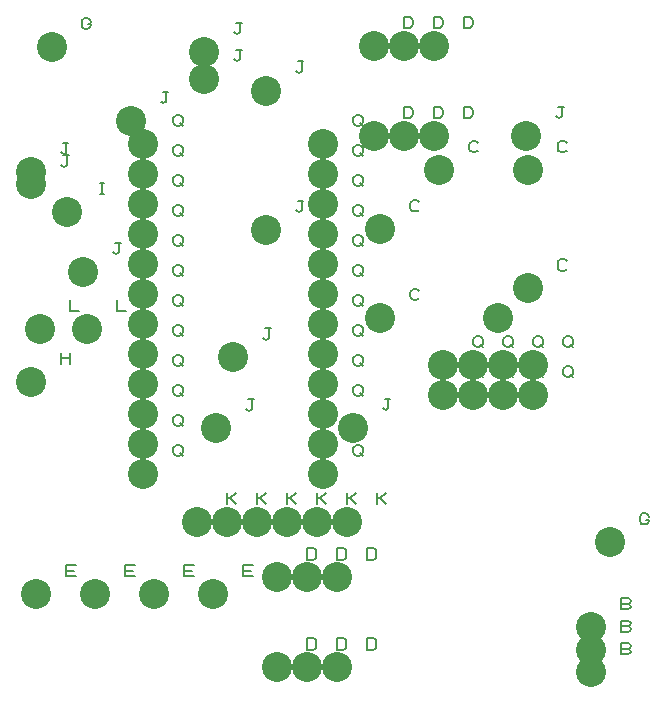
<source format=gbr>
%FSLAX35Y35*%
%MOIN*%
G04 EasyPC Gerber Version 18.0.8 Build 3632 *
%ADD84C,0.00500*%
%ADD85C,0.10000*%
X0Y0D02*
D02*
D84*
X19812Y117005D02*
Y120755D01*
Y118880D02*
X22937D01*
Y117005D02*
Y120755D01*
X19812Y187512D02*
X20125Y187200D01*
X20750Y186887*
X21375Y187200*
X21687Y187512*
Y190637*
X22312*
X21687D02*
X20437D01*
X20009Y183378D02*
X20322Y183066D01*
X20946Y182753*
X21572Y183066*
X21884Y183378*
Y186503*
X22509*
X21884D02*
X20634D01*
X21584Y46139D02*
Y49889D01*
X24709*
X24084Y48014D02*
X21584D01*
Y46139D02*
X24709D01*
X22765Y138275D02*
Y134525D01*
X25890*
X28889Y230182D02*
X29827D01*
Y229869*
X29515Y229244*
X29202Y228932*
X28577Y228619*
X27952*
X27327Y228932*
X27015Y229244*
X26702Y229869*
Y231119*
X27015Y231744*
X27327Y232057*
X27952Y232369*
X28577*
X29202Y232057*
X29515Y231744*
X29827Y231119*
X32954Y173501D02*
X34204D01*
X33580D02*
Y177251D01*
X32954D02*
X34204D01*
X37332Y154244D02*
X37644Y153932D01*
X38269Y153619*
X38894Y153932*
X39207Y154244*
Y157369*
X39832*
X39207D02*
X37957D01*
X38465Y138275D02*
Y134525D01*
X41590*
X41269Y46139D02*
Y49889D01*
X44394*
X43769Y48014D02*
X41269D01*
Y46139D02*
X44394D01*
X53080Y204441D02*
X53393Y204129D01*
X54017Y203816*
X54643Y204129*
X54955Y204441*
Y207566*
X55580*
X54955D02*
X53705D01*
X57253Y87546D02*
Y88796D01*
X57566Y89422*
X57878Y89734*
X58503Y90046*
X59128*
X59753Y89734*
X60066Y89422*
X60378Y88796*
Y87546*
X60066Y86922*
X59753Y86609*
X59128Y86296*
X58503*
X57878Y86609*
X57566Y86922*
X57253Y87546*
X59441Y87234D02*
X60378Y86296D01*
X57253Y97546D02*
Y98796D01*
X57566Y99422*
X57878Y99734*
X58503Y100046*
X59128*
X59753Y99734*
X60066Y99422*
X60378Y98796*
Y97546*
X60066Y96922*
X59753Y96609*
X59128Y96296*
X58503*
X57878Y96609*
X57566Y96922*
X57253Y97546*
X59441Y97234D02*
X60378Y96296D01*
X57253Y107546D02*
Y108796D01*
X57566Y109422*
X57878Y109734*
X58503Y110046*
X59128*
X59753Y109734*
X60066Y109422*
X60378Y108796*
Y107546*
X60066Y106922*
X59753Y106609*
X59128Y106296*
X58503*
X57878Y106609*
X57566Y106922*
X57253Y107546*
X59441Y107234D02*
X60378Y106296D01*
X57253Y117546D02*
Y118796D01*
X57566Y119422*
X57878Y119734*
X58503Y120046*
X59128*
X59753Y119734*
X60066Y119422*
X60378Y118796*
Y117546*
X60066Y116922*
X59753Y116609*
X59128Y116296*
X58503*
X57878Y116609*
X57566Y116922*
X57253Y117546*
X59441Y117234D02*
X60378Y116296D01*
X57253Y127546D02*
Y128796D01*
X57566Y129422*
X57878Y129734*
X58503Y130046*
X59128*
X59753Y129734*
X60066Y129422*
X60378Y128796*
Y127546*
X60066Y126922*
X59753Y126609*
X59128Y126296*
X58503*
X57878Y126609*
X57566Y126922*
X57253Y127546*
X59441Y127234D02*
X60378Y126296D01*
X57253Y137546D02*
Y138796D01*
X57566Y139422*
X57878Y139734*
X58503Y140046*
X59128*
X59753Y139734*
X60066Y139422*
X60378Y138796*
Y137546*
X60066Y136922*
X59753Y136609*
X59128Y136296*
X58503*
X57878Y136609*
X57566Y136922*
X57253Y137546*
X59441Y137234D02*
X60378Y136296D01*
X57253Y147546D02*
Y148796D01*
X57566Y149422*
X57878Y149734*
X58503Y150046*
X59128*
X59753Y149734*
X60066Y149422*
X60378Y148796*
Y147546*
X60066Y146922*
X59753Y146609*
X59128Y146296*
X58503*
X57878Y146609*
X57566Y146922*
X57253Y147546*
X59441Y147234D02*
X60378Y146296D01*
X57253Y157546D02*
Y158796D01*
X57566Y159422*
X57878Y159734*
X58503Y160046*
X59128*
X59753Y159734*
X60066Y159422*
X60378Y158796*
Y157546*
X60066Y156922*
X59753Y156609*
X59128Y156296*
X58503*
X57878Y156609*
X57566Y156922*
X57253Y157546*
X59441Y157234D02*
X60378Y156296D01*
X57253Y167546D02*
Y168796D01*
X57566Y169422*
X57878Y169734*
X58503Y170046*
X59128*
X59753Y169734*
X60066Y169422*
X60378Y168796*
Y167546*
X60066Y166922*
X59753Y166609*
X59128Y166296*
X58503*
X57878Y166609*
X57566Y166922*
X57253Y167546*
X59441Y167234D02*
X60378Y166296D01*
X57253Y177546D02*
Y178796D01*
X57566Y179422*
X57878Y179734*
X58503Y180046*
X59128*
X59753Y179734*
X60066Y179422*
X60378Y178796*
Y177546*
X60066Y176922*
X59753Y176609*
X59128Y176296*
X58503*
X57878Y176609*
X57566Y176922*
X57253Y177546*
X59441Y177234D02*
X60378Y176296D01*
X57253Y187546D02*
Y188796D01*
X57566Y189422*
X57878Y189734*
X58503Y190046*
X59128*
X59753Y189734*
X60066Y189422*
X60378Y188796*
Y187546*
X60066Y186922*
X59753Y186609*
X59128Y186296*
X58503*
X57878Y186609*
X57566Y186922*
X57253Y187546*
X59441Y187234D02*
X60378Y186296D01*
X57253Y197546D02*
Y198796D01*
X57566Y199422*
X57878Y199734*
X58503Y200046*
X59128*
X59753Y199734*
X60066Y199422*
X60378Y198796*
Y197546*
X60066Y196922*
X59753Y196609*
X59128Y196296*
X58503*
X57878Y196609*
X57566Y196922*
X57253Y197546*
X59441Y197234D02*
X60378Y196296D01*
X60954Y46139D02*
Y49889D01*
X64079*
X63454Y48014D02*
X60954D01*
Y46139D02*
X64079D01*
X75127Y70352D02*
Y74102D01*
Y72227D02*
X76065D01*
X78252Y74102*
X76065Y72227D02*
X78252Y70352D01*
X77686Y218615D02*
X77999Y218302D01*
X78624Y217989*
X79249Y218302*
X79561Y218615*
Y221739*
X80186*
X79561D02*
X78311D01*
X77686Y227473D02*
X77999Y227160D01*
X78624Y226848*
X79249Y227160*
X79561Y227473*
Y230598*
X80186*
X79561D02*
X78311D01*
X80639Y46139D02*
Y49889D01*
X83764*
X83139Y48014D02*
X80639D01*
Y46139D02*
X83764D01*
X81623Y102079D02*
X81936Y101767D01*
X82561Y101454*
X83186Y101767*
X83498Y102079*
Y105204*
X84123*
X83498D02*
X82248D01*
X85127Y70352D02*
Y74102D01*
Y72227D02*
X86065D01*
X88252Y74102*
X86065Y72227D02*
X88252Y70352D01*
X87332Y125701D02*
X87644Y125389D01*
X88269Y125076*
X88894Y125389*
X89207Y125701*
Y128826*
X89832*
X89207D02*
X87957D01*
X95127Y70352D02*
Y74102D01*
Y72227D02*
X96065D01*
X98252Y74102*
X96065Y72227D02*
X98252Y70352D01*
X98159Y168221D02*
X98471Y167908D01*
X99096Y167596*
X99721Y167908*
X100034Y168221*
Y171346*
X100659*
X100034D02*
X98784D01*
X98159Y214678D02*
X98471Y214365D01*
X99096Y214052*
X99721Y214365*
X100034Y214678*
Y217802*
X100659*
X100034D02*
X98784D01*
X101899Y21730D02*
Y25480D01*
X103774*
X104399Y25167*
X104711Y24855*
X105024Y24230*
Y22980*
X104711Y22355*
X104399Y22042*
X103774Y21730*
X101899*
Y51730D02*
Y55480D01*
X103774*
X104399Y55167*
X104711Y54855*
X105024Y54230*
Y52980*
X104711Y52355*
X104399Y52042*
X103774Y51730*
X101899*
X105127Y70352D02*
Y74102D01*
Y72227D02*
X106065D01*
X108252Y74102*
X106065Y72227D02*
X108252Y70352D01*
X111899Y21730D02*
Y25480D01*
X113774*
X114399Y25167*
X114711Y24855*
X115024Y24230*
Y22980*
X114711Y22355*
X114399Y22042*
X113774Y21730*
X111899*
Y51730D02*
Y55480D01*
X113774*
X114399Y55167*
X114711Y54855*
X115024Y54230*
Y52980*
X114711Y52355*
X114399Y52042*
X113774Y51730*
X111899*
X115127Y70352D02*
Y74102D01*
Y72227D02*
X116065D01*
X118252Y74102*
X116065Y72227D02*
X118252Y70352D01*
X117253Y87546D02*
Y88796D01*
X117566Y89422*
X117878Y89734*
X118503Y90046*
X119128*
X119753Y89734*
X120066Y89422*
X120378Y88796*
Y87546*
X120066Y86922*
X119753Y86609*
X119128Y86296*
X118503*
X117878Y86609*
X117566Y86922*
X117253Y87546*
X119441Y87234D02*
X120378Y86296D01*
X117253Y97546D02*
Y98796D01*
X117566Y99422*
X117878Y99734*
X118503Y100046*
X119128*
X119753Y99734*
X120066Y99422*
X120378Y98796*
Y97546*
X120066Y96922*
X119753Y96609*
X119128Y96296*
X118503*
X117878Y96609*
X117566Y96922*
X117253Y97546*
X119441Y97234D02*
X120378Y96296D01*
X117253Y107546D02*
Y108796D01*
X117566Y109422*
X117878Y109734*
X118503Y110046*
X119128*
X119753Y109734*
X120066Y109422*
X120378Y108796*
Y107546*
X120066Y106922*
X119753Y106609*
X119128Y106296*
X118503*
X117878Y106609*
X117566Y106922*
X117253Y107546*
X119441Y107234D02*
X120378Y106296D01*
X117253Y117546D02*
Y118796D01*
X117566Y119422*
X117878Y119734*
X118503Y120046*
X119128*
X119753Y119734*
X120066Y119422*
X120378Y118796*
Y117546*
X120066Y116922*
X119753Y116609*
X119128Y116296*
X118503*
X117878Y116609*
X117566Y116922*
X117253Y117546*
X119441Y117234D02*
X120378Y116296D01*
X117253Y127546D02*
Y128796D01*
X117566Y129422*
X117878Y129734*
X118503Y130046*
X119128*
X119753Y129734*
X120066Y129422*
X120378Y128796*
Y127546*
X120066Y126922*
X119753Y126609*
X119128Y126296*
X118503*
X117878Y126609*
X117566Y126922*
X117253Y127546*
X119441Y127234D02*
X120378Y126296D01*
X117253Y137546D02*
Y138796D01*
X117566Y139422*
X117878Y139734*
X118503Y140046*
X119128*
X119753Y139734*
X120066Y139422*
X120378Y138796*
Y137546*
X120066Y136922*
X119753Y136609*
X119128Y136296*
X118503*
X117878Y136609*
X117566Y136922*
X117253Y137546*
X119441Y137234D02*
X120378Y136296D01*
X117253Y147546D02*
Y148796D01*
X117566Y149422*
X117878Y149734*
X118503Y150046*
X119128*
X119753Y149734*
X120066Y149422*
X120378Y148796*
Y147546*
X120066Y146922*
X119753Y146609*
X119128Y146296*
X118503*
X117878Y146609*
X117566Y146922*
X117253Y147546*
X119441Y147234D02*
X120378Y146296D01*
X117253Y157546D02*
Y158796D01*
X117566Y159422*
X117878Y159734*
X118503Y160046*
X119128*
X119753Y159734*
X120066Y159422*
X120378Y158796*
Y157546*
X120066Y156922*
X119753Y156609*
X119128Y156296*
X118503*
X117878Y156609*
X117566Y156922*
X117253Y157546*
X119441Y157234D02*
X120378Y156296D01*
X117253Y167546D02*
Y168796D01*
X117566Y169422*
X117878Y169734*
X118503Y170046*
X119128*
X119753Y169734*
X120066Y169422*
X120378Y168796*
Y167546*
X120066Y166922*
X119753Y166609*
X119128Y166296*
X118503*
X117878Y166609*
X117566Y166922*
X117253Y167546*
X119441Y167234D02*
X120378Y166296D01*
X117253Y177546D02*
Y178796D01*
X117566Y179422*
X117878Y179734*
X118503Y180046*
X119128*
X119753Y179734*
X120066Y179422*
X120378Y178796*
Y177546*
X120066Y176922*
X119753Y176609*
X119128Y176296*
X118503*
X117878Y176609*
X117566Y176922*
X117253Y177546*
X119441Y177234D02*
X120378Y176296D01*
X117253Y187546D02*
Y188796D01*
X117566Y189422*
X117878Y189734*
X118503Y190046*
X119128*
X119753Y189734*
X120066Y189422*
X120378Y188796*
Y187546*
X120066Y186922*
X119753Y186609*
X119128Y186296*
X118503*
X117878Y186609*
X117566Y186922*
X117253Y187546*
X119441Y187234D02*
X120378Y186296D01*
X117253Y197546D02*
Y198796D01*
X117566Y199422*
X117878Y199734*
X118503Y200046*
X119128*
X119753Y199734*
X120066Y199422*
X120378Y198796*
Y197546*
X120066Y196922*
X119753Y196609*
X119128Y196296*
X118503*
X117878Y196609*
X117566Y196922*
X117253Y197546*
X119441Y197234D02*
X120378Y196296D01*
X121899Y21730D02*
Y25480D01*
X123774*
X124399Y25167*
X124711Y24855*
X125024Y24230*
Y22980*
X124711Y22355*
X124399Y22042*
X123774Y21730*
X121899*
Y51730D02*
Y55480D01*
X123774*
X124399Y55167*
X124711Y54855*
X125024Y54230*
Y52980*
X124711Y52355*
X124399Y52042*
X123774Y51730*
X121899*
X125127Y70352D02*
Y74102D01*
Y72227D02*
X126065D01*
X128252Y74102*
X126065Y72227D02*
X128252Y70352D01*
X127096Y102276D02*
X127408Y101963D01*
X128033Y101651*
X128658Y101963*
X128971Y102276*
Y105401*
X129596*
X128971D02*
X127721D01*
X134182Y198895D02*
Y202645D01*
X136057*
X136682Y202333*
X136995Y202020*
X137307Y201395*
Y200145*
X136995Y199520*
X136682Y199207*
X136057Y198895*
X134182*
Y228895D02*
Y232645D01*
X136057*
X136682Y232333*
X136995Y232020*
X137307Y231395*
Y230145*
X136995Y229520*
X136682Y229207*
X136057Y228895*
X134182*
X139276Y138890D02*
X138963Y138578D01*
X138338Y138265*
X137401*
X136776Y138578*
X136463Y138890*
X136151Y139515*
Y140765*
X136463Y141390*
X136776Y141703*
X137401Y142015*
X138338*
X138963Y141703*
X139276Y141390*
Y168418D02*
X138963Y168105D01*
X138338Y167793*
X137401*
X136776Y168105*
X136463Y168418*
X136151Y169043*
Y170293*
X136463Y170918*
X136776Y171230*
X137401Y171543*
X138338*
X138963Y171230*
X139276Y170918*
X144182Y198895D02*
Y202645D01*
X146057*
X146682Y202333*
X146995Y202020*
X147307Y201395*
Y200145*
X146995Y199520*
X146682Y199207*
X146057Y198895*
X144182*
Y228895D02*
Y232645D01*
X146057*
X146682Y232333*
X146995Y232020*
X147307Y231395*
Y230145*
X146995Y229520*
X146682Y229207*
X146057Y228895*
X144182*
X154182Y198895D02*
Y202645D01*
X156057*
X156682Y202333*
X156995Y202020*
X157307Y201395*
Y200145*
X156995Y199520*
X156682Y199207*
X156057Y198895*
X154182*
Y228895D02*
Y232645D01*
X156057*
X156682Y232333*
X156995Y232020*
X157307Y231395*
Y230145*
X156995Y229520*
X156682Y229207*
X156057Y228895*
X154182*
X158961Y188103D02*
X158648Y187790D01*
X158023Y187478*
X157086*
X156461Y187790*
X156148Y188103*
X155836Y188728*
Y189978*
X156148Y190603*
X156461Y190915*
X157086Y191228*
X158023*
X158648Y190915*
X158961Y190603*
X157332Y113767D02*
Y115017D01*
X157644Y115642*
X157957Y115955*
X158582Y116267*
X159207*
X159832Y115955*
X160144Y115642*
X160457Y115017*
Y113767*
X160144Y113142*
X159832Y112830*
X159207Y112517*
X158582*
X157957Y112830*
X157644Y113142*
X157332Y113767*
X159519Y113455D02*
X160457Y112517D01*
X157332Y123767D02*
Y125017D01*
X157644Y125642*
X157957Y125955*
X158582Y126267*
X159207*
X159832Y125955*
X160144Y125642*
X160457Y125017*
Y123767*
X160144Y123142*
X159832Y122830*
X159207Y122517*
X158582*
X157957Y122830*
X157644Y123142*
X157332Y123767*
X159519Y123455D02*
X160457Y122517D01*
X167332Y113767D02*
Y115017D01*
X167644Y115642*
X167957Y115955*
X168582Y116267*
X169207*
X169832Y115955*
X170144Y115642*
X170457Y115017*
Y113767*
X170144Y113142*
X169832Y112830*
X169207Y112517*
X168582*
X167957Y112830*
X167644Y113142*
X167332Y113767*
X169519Y113455D02*
X170457Y112517D01*
X167332Y123767D02*
Y125017D01*
X167644Y125642*
X167957Y125955*
X168582Y126267*
X169207*
X169832Y125955*
X170144Y125642*
X170457Y125017*
Y123767*
X170144Y123142*
X169832Y122830*
X169207Y122517*
X168582*
X167957Y122830*
X167644Y123142*
X167332Y123767*
X169519Y123455D02*
X170457Y122517D01*
X178646Y138890D02*
X178333Y138578D01*
X177708Y138265*
X176771*
X176146Y138578*
X175833Y138890*
X175521Y139515*
Y140765*
X175833Y141390*
X176146Y141703*
X176771Y142015*
X177708*
X178333Y141703*
X178646Y141390*
X177332Y113767D02*
Y115017D01*
X177644Y115642*
X177957Y115955*
X178582Y116267*
X179207*
X179832Y115955*
X180144Y115642*
X180457Y115017*
Y113767*
X180144Y113142*
X179832Y112830*
X179207Y112517*
X178582*
X177957Y112830*
X177644Y113142*
X177332Y113767*
X179519Y113455D02*
X180457Y112517D01*
X177332Y123767D02*
Y125017D01*
X177644Y125642*
X177957Y125955*
X178582Y126267*
X179207*
X179832Y125955*
X180144Y125642*
X180457Y125017*
Y123767*
X180144Y123142*
X179832Y122830*
X179207Y122517*
X178582*
X177957Y122830*
X177644Y123142*
X177332Y123767*
X179519Y123455D02*
X180457Y122517D01*
X184970Y199520D02*
X185282Y199207D01*
X185907Y198895*
X186532Y199207*
X186845Y199520*
Y202645*
X187470*
X186845D02*
X185595D01*
X188489Y148733D02*
X188176Y148420D01*
X187551Y148107*
X186613*
X185989Y148420*
X185676Y148733*
X185363Y149357*
Y150607*
X185676Y151233*
X185989Y151545*
X186613Y151857*
X187551*
X188176Y151545*
X188489Y151233*
Y188103D02*
X188176Y187790D01*
X187551Y187478*
X186613*
X185989Y187790*
X185676Y188103*
X185363Y188728*
Y189978*
X185676Y190603*
X185989Y190915*
X186613Y191228*
X187551*
X188176Y190915*
X188489Y190603*
X187332Y113767D02*
Y115017D01*
X187644Y115642*
X187957Y115955*
X188582Y116267*
X189207*
X189832Y115955*
X190144Y115642*
X190457Y115017*
Y113767*
X190144Y113142*
X189832Y112830*
X189207Y112517*
X188582*
X187957Y112830*
X187644Y113142*
X187332Y113767*
X189519Y113455D02*
X190457Y112517D01*
X187332Y123767D02*
Y125017D01*
X187644Y125642*
X187957Y125955*
X188582Y126267*
X189207*
X189832Y125955*
X190144Y125642*
X190457Y125017*
Y123767*
X190144Y123142*
X189832Y122830*
X189207Y122517*
X188582*
X187957Y122830*
X187644Y123142*
X187332Y123767*
X189519Y123455D02*
X190457Y122517D01*
X208811Y22030D02*
X209436Y21717D01*
X209748Y21093*
X209436Y20467*
X208811Y20155*
X206623*
Y23905*
X208811*
X209436Y23593*
X209748Y22967*
X209436Y22343*
X208811Y22030*
X206623*
X208811Y29530D02*
X209436Y29217D01*
X209748Y28593*
X209436Y27967*
X208811Y27655*
X206623*
Y31405*
X208811*
X209436Y31093*
X209748Y30467*
X209436Y29843*
X208811Y29530*
X206623*
X208811Y37030D02*
X209436Y36717D01*
X209748Y36093*
X209436Y35467*
X208811Y35155*
X206623*
Y38905*
X208811*
X209436Y38593*
X209748Y37967*
X209436Y37343*
X208811Y37030*
X206623*
X214913Y65024D02*
X215851D01*
Y64712*
X215538Y64087*
X215226Y63774*
X214601Y63462*
X213976*
X213351Y63774*
X213038Y64087*
X212726Y64712*
Y65962*
X213038Y66587*
X213351Y66900*
X213976Y67212*
X214601*
X215226Y66900*
X215538Y66587*
X215851Y65962*
D02*
D85*
X9812Y111068D03*
Y180950D03*
X10009Y176816D03*
X11584Y40202D03*
X12765Y128587D03*
X16702Y222682D03*
X22017Y167564D03*
X27332Y147682D03*
X28465Y128587D03*
X31269Y40202D03*
X43080Y197879D03*
X47253Y80359D03*
Y90359D03*
Y100359D03*
Y110359D03*
Y120359D03*
Y130359D03*
Y140359D03*
Y150359D03*
Y160359D03*
Y170359D03*
Y180359D03*
Y190359D03*
X50954Y40202D03*
X65127Y64414D03*
X67686Y212052D03*
Y220910D03*
X70639Y40202D03*
X71623Y95517D03*
X75127Y64414D03*
X77332Y119139D03*
X85127Y64414D03*
X88159Y161658D03*
Y208115D03*
X91899Y15792D03*
Y45792D03*
X95127Y64414D03*
X101899Y15792D03*
Y45792D03*
X105127Y64414D03*
X107253Y80359D03*
Y90359D03*
Y100359D03*
Y110359D03*
Y120359D03*
Y130359D03*
Y140359D03*
Y150359D03*
Y160359D03*
Y170359D03*
Y180359D03*
Y190359D03*
X111899Y15792D03*
Y45792D03*
X115127Y64414D03*
X117096Y95713D03*
X124182Y192957D03*
Y222957D03*
X126151Y132328D03*
Y161855D03*
X134182Y192957D03*
Y222957D03*
X144182Y192957D03*
Y222957D03*
X145836Y181540D03*
X147332Y106580D03*
Y116580D03*
X157332Y106580D03*
Y116580D03*
X165521Y132328D03*
X167332Y106580D03*
Y116580D03*
X174970Y192957D03*
X175363Y142170D03*
Y181540D03*
X177332Y106580D03*
Y116580D03*
X196623Y14217D03*
Y21717D03*
Y29217D03*
X202726Y57524D03*
X0Y0D02*
M02*

</source>
